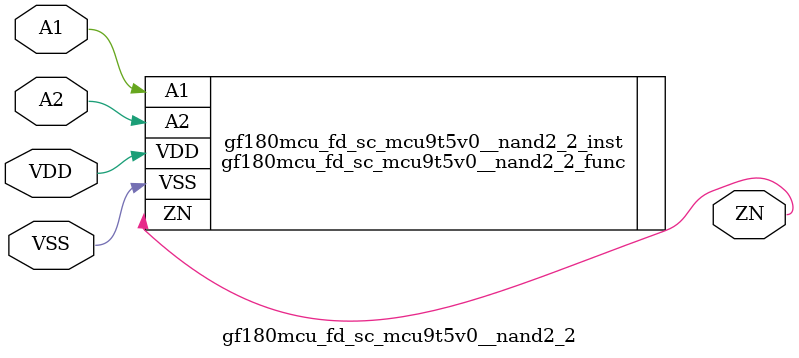
<source format=v>

module gf180mcu_fd_sc_mcu9t5v0__nand2_2( A2, ZN, A1, VDD, VSS );
input A1, A2;
inout VDD, VSS;
output ZN;

   `ifdef FUNCTIONAL  //  functional //

	gf180mcu_fd_sc_mcu9t5v0__nand2_2_func gf180mcu_fd_sc_mcu9t5v0__nand2_2_behav_inst(.A2(A2),.ZN(ZN),.A1(A1),.VDD(VDD),.VSS(VSS));

   `else

	gf180mcu_fd_sc_mcu9t5v0__nand2_2_func gf180mcu_fd_sc_mcu9t5v0__nand2_2_inst(.A2(A2),.ZN(ZN),.A1(A1),.VDD(VDD),.VSS(VSS));

	// spec_gates_begin


	// spec_gates_end



   specify

	// specify_block_begin

	// comb arc A1 --> ZN
	 (A1 => ZN) = (1.0,1.0);

	// comb arc A2 --> ZN
	 (A2 => ZN) = (1.0,1.0);

	// specify_block_end

   endspecify

   `endif

endmodule

</source>
